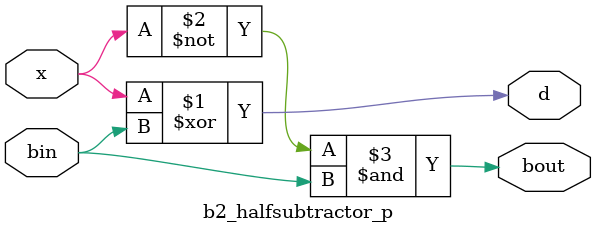
<source format=v>
module b2_halfsubtractor(x, bin, d, bout);
	input x, bin;
	output d, bout;

	assign {d, bout} = ({x, bin} == 'B00) ? 'B00:
										 ({x, bin} == 'B01) ? 'B11:
										 ({x, bin} == 'B10) ? 'B10:
									 /*({x, bin} == 'B11)?*/'B00;
endmodule

// implementazione a porte logiche
module b2_halfsubtractor_p(x, bin, d, bout);
	input x, bin;
	output d, bout;

	assign d = x ^ bin;
	assign bout = ~x & bin;
endmodule

</source>
